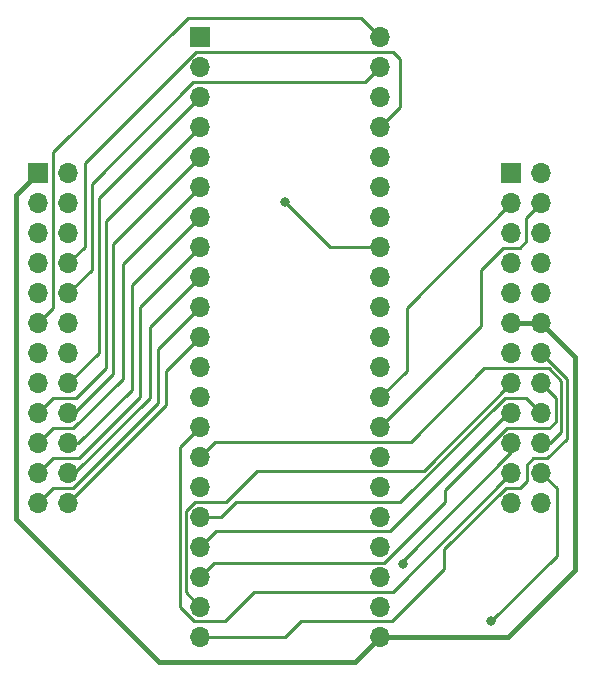
<source format=gbr>
%TF.GenerationSoftware,KiCad,Pcbnew,(6.0.1)*%
%TF.CreationDate,2022-04-03T17:56:57-07:00*%
%TF.ProjectId,MaskRom-TSOP48-to-DIP42-adapter,4d61736b-526f-46d2-9d54-534f5034382d,rev?*%
%TF.SameCoordinates,Original*%
%TF.FileFunction,Copper,L2,Bot*%
%TF.FilePolarity,Positive*%
%FSLAX46Y46*%
G04 Gerber Fmt 4.6, Leading zero omitted, Abs format (unit mm)*
G04 Created by KiCad (PCBNEW (6.0.1)) date 2022-04-03 17:56:57*
%MOMM*%
%LPD*%
G01*
G04 APERTURE LIST*
%TA.AperFunction,ComponentPad*%
%ADD10R,1.700000X1.700000*%
%TD*%
%TA.AperFunction,ComponentPad*%
%ADD11O,1.700000X1.700000*%
%TD*%
%TA.AperFunction,ViaPad*%
%ADD12C,0.800000*%
%TD*%
%TA.AperFunction,Conductor*%
%ADD13C,0.250000*%
%TD*%
%TA.AperFunction,Conductor*%
%ADD14C,0.400000*%
%TD*%
G04 APERTURE END LIST*
D10*
%TO.P,J1,48,VSS*%
%TO.N,/VSS*%
X163202000Y-67058000D03*
D11*
%TO.P,J1,47,VSS*%
X165742000Y-67058000D03*
%TO.P,J1,46,D15/A-1*%
%TO.N,/D15*%
X163202000Y-69598000D03*
%TO.P,J1,45,D7*%
%TO.N,/D7*%
X165742000Y-69598000D03*
%TO.P,J1,44,D14*%
%TO.N,/D14*%
X163202000Y-72138000D03*
%TO.P,J1,43,D6*%
%TO.N,/D6*%
X165742000Y-72138000D03*
%TO.P,J1,42,D13*%
%TO.N,/D13*%
X163202000Y-74678000D03*
%TO.P,J1,41,D5*%
%TO.N,/D5*%
X165742000Y-74678000D03*
%TO.P,J1,40,D12*%
%TO.N,/D12*%
X163202000Y-77218000D03*
%TO.P,J1,39,D4*%
%TO.N,/D4*%
X165742000Y-77218000D03*
%TO.P,J1,38,VCC*%
%TO.N,/VCC*%
X163202000Y-79758000D03*
%TO.P,J1,37,VCC*%
X165742000Y-79758000D03*
%TO.P,J1,36,NC*%
%TO.N,unconnected-(J1-Pad36)*%
X163202000Y-82298000D03*
%TO.P,J1,35,D11*%
%TO.N,/D11*%
X165742000Y-82298000D03*
%TO.P,J1,34,D3*%
%TO.N,/D3*%
X163202000Y-84838000D03*
%TO.P,J1,33,D10*%
%TO.N,/D10*%
X165742000Y-84838000D03*
%TO.P,J1,32,D2*%
%TO.N,/D2*%
X163202000Y-87378000D03*
%TO.P,J1,31,D9*%
%TO.N,/D9*%
X165742000Y-87378000D03*
%TO.P,J1,30,D1*%
%TO.N,/D1*%
X163202000Y-89918000D03*
%TO.P,J1,29,D8*%
%TO.N,/D8*%
X165742000Y-89918000D03*
%TO.P,J1,28,D0*%
%TO.N,/D0*%
X163202000Y-92458000D03*
%TO.P,J1,27,~{OE}/OE*%
%TO.N,/~{OE}*%
X165742000Y-92458000D03*
%TO.P,J1,26,VSS*%
%TO.N,/VSS*%
X163202000Y-94998000D03*
%TO.P,J1,25,VSS*%
X165742000Y-94998000D03*
%TO.P,J1,24,CE/~{CE}*%
%TO.N,/~{CE}*%
X125682000Y-94998000D03*
%TO.P,J1,23,A0*%
%TO.N,/A0*%
X123142000Y-94998000D03*
%TO.P,J1,22,A1*%
%TO.N,/A1*%
X125682000Y-92458000D03*
%TO.P,J1,21,A2*%
%TO.N,/A2*%
X123142000Y-92458000D03*
%TO.P,J1,20,A3*%
%TO.N,/A3*%
X125682000Y-89918000D03*
%TO.P,J1,19,A4*%
%TO.N,/A4*%
X123142000Y-89918000D03*
%TO.P,J1,18,A5*%
%TO.N,/A5*%
X125682000Y-87378000D03*
%TO.P,J1,17,A6*%
%TO.N,/A6*%
X123142000Y-87378000D03*
%TO.P,J1,16,A7*%
%TO.N,/A7*%
X125682000Y-84838000D03*
%TO.P,J1,15,A17*%
%TO.N,/A17*%
X123142000Y-84838000D03*
%TO.P,J1,14,A18*%
%TO.N,/A18*%
X125682000Y-82298000D03*
%TO.P,J1,13,A20*%
%TO.N,/A20*%
X123142000Y-82298000D03*
%TO.P,J1,12,VSS*%
%TO.N,/VSS*%
X125682000Y-79758000D03*
%TO.P,J1,11,A19*%
%TO.N,/A19*%
X123142000Y-79758000D03*
%TO.P,J1,10,A8*%
%TO.N,/A8*%
X125682000Y-77218000D03*
%TO.P,J1,9,A9*%
%TO.N,/A9*%
X123142000Y-77218000D03*
%TO.P,J1,8,A10*%
%TO.N,/A10*%
X125682000Y-74678000D03*
%TO.P,J1,7,A11*%
%TO.N,/A11*%
X123142000Y-74678000D03*
%TO.P,J1,6,A12*%
%TO.N,/A12*%
X125682000Y-72138000D03*
%TO.P,J1,5,A13*%
%TO.N,/A13*%
X123142000Y-72138000D03*
%TO.P,J1,4,A14*%
%TO.N,/A14*%
X125682000Y-69598000D03*
%TO.P,J1,3,A15*%
%TO.N,/A15*%
X123142000Y-69598000D03*
%TO.P,J1,2,A16*%
%TO.N,/A16*%
X125682000Y-67058000D03*
D10*
%TO.P,J1,1,~{BYTE}*%
%TO.N,/VCC*%
X123142000Y-67058000D03*
%TD*%
D11*
%TO.P,U2,42,A19*%
%TO.N,/A19*%
X152082000Y-55508000D03*
%TO.P,U2,41,A8*%
%TO.N,/A8*%
X152082000Y-58048000D03*
%TO.P,U2,40,A9*%
%TO.N,/A9*%
X152082000Y-60588000D03*
%TO.P,U2,39,A10*%
%TO.N,/A10*%
X152082000Y-63128000D03*
%TO.P,U2,38,A11*%
%TO.N,/A11*%
X152082000Y-65668000D03*
%TO.P,U2,37,A12*%
%TO.N,/A12*%
X152082000Y-68208000D03*
%TO.P,U2,36,A13*%
%TO.N,/A13*%
X152082000Y-70748000D03*
%TO.P,U2,35,A14*%
%TO.N,/A14*%
X152082000Y-73288000D03*
%TO.P,U2,34,A15*%
%TO.N,/A15*%
X152082000Y-75828000D03*
%TO.P,U2,33,A16*%
%TO.N,/A16*%
X152082000Y-78368000D03*
%TO.P,U2,32,A20*%
%TO.N,/A20*%
X152082000Y-80908000D03*
%TO.P,U2,31,GND*%
%TO.N,/VSS*%
X152082000Y-83448000D03*
%TO.P,U2,30,D15*%
%TO.N,/D15*%
X152082000Y-85988000D03*
%TO.P,U2,29,D7*%
%TO.N,/D7*%
X152082000Y-88528000D03*
%TO.P,U2,28,D14*%
%TO.N,/D14*%
X152082000Y-91068000D03*
%TO.P,U2,27,D6*%
%TO.N,/D6*%
X152082000Y-93608000D03*
%TO.P,U2,26,D13*%
%TO.N,/D13*%
X152082000Y-96148000D03*
%TO.P,U2,25,D5*%
%TO.N,/D5*%
X152082000Y-98688000D03*
%TO.P,U2,24,D12*%
%TO.N,/D12*%
X152082000Y-101228000D03*
%TO.P,U2,23,D4*%
%TO.N,/D4*%
X152082000Y-103768000D03*
%TO.P,U2,22,VCC*%
%TO.N,/VCC*%
X152082000Y-106308000D03*
%TO.P,U2,21,D11*%
%TO.N,/D11*%
X136842000Y-106308000D03*
%TO.P,U2,20,D3*%
%TO.N,/D3*%
X136842000Y-103768000D03*
%TO.P,U2,19,D10*%
%TO.N,/D10*%
X136842000Y-101228000D03*
%TO.P,U2,18,D2*%
%TO.N,/D2*%
X136842000Y-98688000D03*
%TO.P,U2,17,D9*%
%TO.N,/D9*%
X136842000Y-96148000D03*
%TO.P,U2,16,D1*%
%TO.N,/D1*%
X136842000Y-93608000D03*
%TO.P,U2,15,D8*%
%TO.N,/D8*%
X136842000Y-91068000D03*
%TO.P,U2,14,D0*%
%TO.N,/D0*%
X136842000Y-88528000D03*
%TO.P,U2,13,~{GVPP}*%
%TO.N,/~{OE}*%
X136842000Y-85988000D03*
%TO.P,U2,12,GND*%
%TO.N,/VSS*%
X136842000Y-83448000D03*
%TO.P,U2,11,~{E}*%
%TO.N,/~{CE}*%
X136842000Y-80908000D03*
%TO.P,U2,10,A0*%
%TO.N,/A0*%
X136842000Y-78368000D03*
%TO.P,U2,9,A1*%
%TO.N,/A1*%
X136842000Y-75828000D03*
%TO.P,U2,8,A2*%
%TO.N,/A2*%
X136842000Y-73288000D03*
%TO.P,U2,7,A3*%
%TO.N,/A3*%
X136842000Y-70748000D03*
%TO.P,U2,6,A4*%
%TO.N,/A4*%
X136842000Y-68208000D03*
%TO.P,U2,5,A5*%
%TO.N,/A5*%
X136842000Y-65668000D03*
%TO.P,U2,4,A6*%
%TO.N,/A6*%
X136842000Y-63128000D03*
%TO.P,U2,3,A7*%
%TO.N,/A7*%
X136842000Y-60588000D03*
%TO.P,U2,2,A17*%
%TO.N,/A17*%
X136842000Y-58048000D03*
D10*
%TO.P,U2,1,A18*%
%TO.N,/A18*%
X136842000Y-55508000D03*
%TD*%
D12*
%TO.N,/A14*%
X143990000Y-69460000D03*
%TO.N,/D1*%
X153990000Y-100160000D03*
%TO.N,/~{OE}*%
X161490000Y-104960000D03*
%TD*%
D13*
%TO.N,/D10*%
X166970080Y-86066080D02*
X165742000Y-84838000D01*
X166970080Y-88079920D02*
X166970080Y-86066080D01*
X166402000Y-88648000D02*
X166970080Y-88079920D01*
X162802000Y-88648000D02*
X166402000Y-88648000D01*
X157567000Y-93883000D02*
X162802000Y-88648000D01*
X157567000Y-94879450D02*
X157567000Y-93883000D01*
X152393850Y-100052600D02*
X157567000Y-94879450D01*
X138017400Y-100052600D02*
X152393850Y-100052600D01*
X136842000Y-101228000D02*
X138017400Y-100052600D01*
%TO.N,/D2*%
X138170000Y-97360000D02*
X136842000Y-98688000D01*
X152890000Y-97360000D02*
X138170000Y-97360000D01*
X162872000Y-87378000D02*
X152890000Y-97360000D01*
X163202000Y-87378000D02*
X162872000Y-87378000D01*
%TO.N,/A10*%
X127090000Y-73270000D02*
X125682000Y-74678000D01*
X127090000Y-66138990D02*
X127090000Y-73270000D01*
X153190000Y-56760000D02*
X136468990Y-56760000D01*
X136468990Y-56760000D02*
X127090000Y-66138990D01*
X153790000Y-57360000D02*
X153190000Y-56760000D01*
X152082000Y-63128000D02*
X153790000Y-61420000D01*
X153790000Y-61420000D02*
X153790000Y-57360000D01*
%TO.N,/A8*%
X127690000Y-67948218D02*
X127690000Y-75210000D01*
X136278218Y-59360000D02*
X127690000Y-67948218D01*
X127690000Y-75210000D02*
X125682000Y-77218000D01*
X150770000Y-59360000D02*
X136278218Y-59360000D01*
X152082000Y-58048000D02*
X150770000Y-59360000D01*
%TO.N,/A7*%
X128290000Y-69140000D02*
X136842000Y-60588000D01*
X128290000Y-82230000D02*
X128290000Y-69140000D01*
X125682000Y-84838000D02*
X128290000Y-82230000D01*
%TO.N,/A6*%
X126342000Y-86108000D02*
X124412000Y-86108000D01*
X128890000Y-83560000D02*
X126342000Y-86108000D01*
X128890000Y-71080000D02*
X128890000Y-83560000D01*
X136842000Y-63128000D02*
X128890000Y-71080000D01*
X124412000Y-86108000D02*
X123142000Y-87378000D01*
%TO.N,/A5*%
X126172000Y-87378000D02*
X125682000Y-87378000D01*
X129490000Y-84060000D02*
X126172000Y-87378000D01*
X136842000Y-65668000D02*
X129490000Y-73020000D01*
X129490000Y-73020000D02*
X129490000Y-84060000D01*
%TO.N,/A4*%
X126078400Y-88648000D02*
X124412000Y-88648000D01*
X130290000Y-74760000D02*
X130290000Y-84436400D01*
X124412000Y-88648000D02*
X123142000Y-89918000D01*
X136842000Y-68208000D02*
X130290000Y-74760000D01*
X130290000Y-84436400D02*
X126078400Y-88648000D01*
%TO.N,/A2*%
X126562000Y-91188000D02*
X124412000Y-91188000D01*
X124412000Y-91188000D02*
X123142000Y-92458000D01*
X131790000Y-78340000D02*
X131790000Y-85960000D01*
X136842000Y-73288000D02*
X131790000Y-78340000D01*
X131790000Y-85960000D02*
X126562000Y-91188000D01*
%TO.N,/A3*%
X131090000Y-85360000D02*
X126532000Y-89918000D01*
X136842000Y-70748000D02*
X131090000Y-76500000D01*
X131090000Y-76500000D02*
X131090000Y-85360000D01*
X126532000Y-89918000D02*
X125682000Y-89918000D01*
%TO.N,/~{CE}*%
X133990000Y-86690000D02*
X125682000Y-94998000D01*
X136842000Y-80908000D02*
X133990000Y-83760000D01*
X133990000Y-83760000D02*
X133990000Y-86690000D01*
%TO.N,/A0*%
X133290000Y-86516400D02*
X133290000Y-81920000D01*
X126078400Y-93728000D02*
X133290000Y-86516400D01*
X124412000Y-93728000D02*
X126078400Y-93728000D01*
X133290000Y-81920000D02*
X136842000Y-78368000D01*
X123142000Y-94998000D02*
X124412000Y-93728000D01*
%TO.N,/A1*%
X132590000Y-80080000D02*
X136842000Y-75828000D01*
X132590000Y-86060000D02*
X132590000Y-80080000D01*
X126192000Y-92458000D02*
X132590000Y-86060000D01*
X125682000Y-92458000D02*
X126192000Y-92458000D01*
%TO.N,/A14*%
X143990000Y-69460000D02*
X147818000Y-73288000D01*
X147818000Y-73288000D02*
X152082000Y-73288000D01*
%TO.N,/D11*%
X167869120Y-84425120D02*
X165742000Y-82298000D01*
X167869120Y-89560980D02*
X167869120Y-84425120D01*
X166242100Y-91188000D02*
X167869120Y-89560980D01*
X165062000Y-91188000D02*
X166242100Y-91188000D01*
X164490000Y-91760000D02*
X165062000Y-91188000D01*
X164490000Y-93060000D02*
X164490000Y-91760000D01*
X163892700Y-93657300D02*
X164490000Y-93060000D01*
X157490500Y-98882400D02*
X162715600Y-93657300D01*
X157490500Y-100559500D02*
X157490500Y-98882400D01*
X153082700Y-104967300D02*
X157490500Y-100559500D01*
X145370000Y-104967300D02*
X153082700Y-104967300D01*
X136842000Y-106308000D02*
X144029300Y-106308000D01*
X144029300Y-106308000D02*
X145370000Y-104967300D01*
X162715600Y-93657300D02*
X163892700Y-93657300D01*
%TO.N,/D9*%
X153798900Y-94878000D02*
X162616900Y-86060000D01*
X162616900Y-86060000D02*
X164424000Y-86060000D01*
X139867700Y-94878000D02*
X153798900Y-94878000D01*
X164424000Y-86060000D02*
X165742000Y-87378000D01*
X138597700Y-96148000D02*
X139867700Y-94878000D01*
X136842000Y-96148000D02*
X138597700Y-96148000D01*
%TO.N,/D8*%
X167419600Y-88930400D02*
X166432000Y-89918000D01*
X167419600Y-84611318D02*
X167419600Y-88930400D01*
X166368282Y-83560000D02*
X167419600Y-84611318D01*
X166432000Y-89918000D02*
X165742000Y-89918000D01*
X160913200Y-83560000D02*
X166368282Y-83560000D01*
X154675200Y-89798000D02*
X160913200Y-83560000D01*
X138112000Y-89798000D02*
X154675200Y-89798000D01*
X136842000Y-91068000D02*
X138112000Y-89798000D01*
%TO.N,/D7*%
X160635100Y-79974900D02*
X152082000Y-88528000D01*
X160635100Y-75246700D02*
X160635100Y-79974900D01*
X163890000Y-73360000D02*
X162521800Y-73360000D01*
X162521800Y-73360000D02*
X160635100Y-75246700D01*
X164472000Y-70868000D02*
X164472000Y-72778000D01*
X164472000Y-72778000D02*
X163890000Y-73360000D01*
X165742000Y-69598000D02*
X164472000Y-70868000D01*
%TO.N,/D0*%
X153200000Y-102460000D02*
X163202000Y-92458000D01*
X136341800Y-104967300D02*
X138934800Y-104967300D01*
X141442100Y-102460000D02*
X153200000Y-102460000D01*
X135161300Y-103786800D02*
X136341800Y-104967300D01*
X135161300Y-90208700D02*
X135161300Y-103786800D01*
X136842000Y-88528000D02*
X135161300Y-90208700D01*
X138934800Y-104967300D02*
X141442100Y-102460000D01*
D14*
%TO.N,/VCC*%
X168590000Y-82606000D02*
X165742000Y-79758000D01*
X162942000Y-106308000D02*
X168590000Y-100660000D01*
X168590000Y-100660000D02*
X168590000Y-82606000D01*
X152082000Y-106308000D02*
X162942000Y-106308000D01*
D13*
%TO.N,/D1*%
X163202000Y-90656100D02*
X163202000Y-89918000D01*
X153990000Y-99868100D02*
X163202000Y-90656100D01*
X153990000Y-100160000D02*
X153990000Y-99868100D01*
%TO.N,/~{OE}*%
X167016511Y-93732511D02*
X165742000Y-92458000D01*
X167016511Y-99433489D02*
X167016511Y-93732511D01*
X161490000Y-104960000D02*
X167016511Y-99433489D01*
D14*
%TO.N,/VCC*%
X121290000Y-96360000D02*
X121290000Y-68910000D01*
X121290000Y-68910000D02*
X123142000Y-67058000D01*
X133390000Y-108460000D02*
X121290000Y-96360000D01*
X149930000Y-108460000D02*
X133390000Y-108460000D01*
X152082000Y-106308000D02*
X149930000Y-108460000D01*
D13*
%TO.N,/A19*%
X124417400Y-78482600D02*
X123142000Y-79758000D01*
X124417400Y-65232600D02*
X124417400Y-78482600D01*
X150434000Y-53860000D02*
X135790000Y-53860000D01*
X152082000Y-55508000D02*
X150434000Y-53860000D01*
X135790000Y-53860000D02*
X124417400Y-65232600D01*
%TO.N,/D15*%
X154316300Y-78483700D02*
X163202000Y-69598000D01*
X154316300Y-83753700D02*
X154316300Y-78483700D01*
X152082000Y-85988000D02*
X154316300Y-83753700D01*
%TO.N,/D3*%
X155796700Y-92243300D02*
X163202000Y-84838000D01*
X141640200Y-92243300D02*
X155796700Y-92243300D01*
X139005500Y-94878000D02*
X141640200Y-92243300D01*
X136374900Y-94878000D02*
X139005500Y-94878000D01*
X135611700Y-95641200D02*
X136374900Y-94878000D01*
X135611700Y-102537700D02*
X135611700Y-95641200D01*
X136842000Y-103768000D02*
X135611700Y-102537700D01*
D14*
%TO.N,/VCC*%
X163202000Y-79758000D02*
X165742000Y-79758000D01*
%TD*%
M02*

</source>
